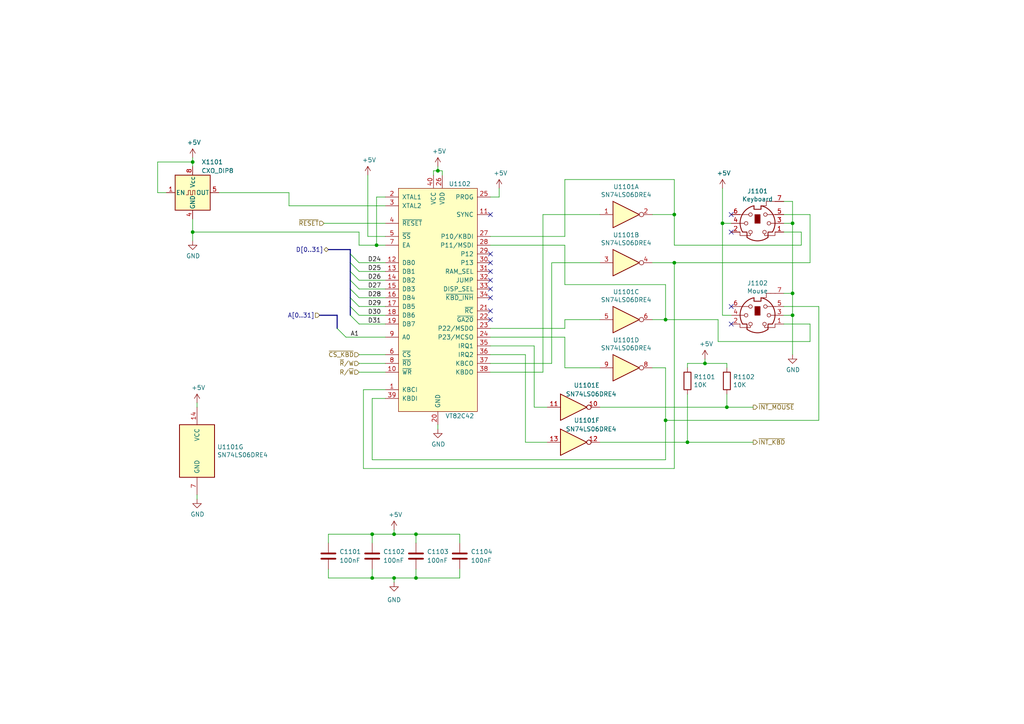
<source format=kicad_sch>
(kicad_sch (version 20211123) (generator eeschema)
  (paper "A4")
  (title_block (title "Y Ddraig Fawr") (company "Stephen Moody"))
  (lib_symbols
    (symbol "74xx:74LS06" (pin_names (offset 1.016))
      (property "Reference" "U" (at 0 1.27 0))
      (property "Value" "74LS06" (at 0 -1.27 0))
      (symbol "74LS06_1_0"
        (polyline (pts (xy -3.81 3.81) (xy -3.81 -3.81) (xy 3.81 0) (xy -3.81 3.81)) (stroke (width 0.254)) (fill (type background)))
        (pin input line (at -7.62 0 0) (length 3.81) (name "~") (number "1"))
        (pin open_collector inverted (at 7.62 0 180) (length 3.81) (name "~") (number "2"))
      )
      (symbol "74LS06_2_0"
        (polyline (pts (xy -3.81 3.81) (xy -3.81 -3.81) (xy 3.81 0) (xy -3.81 3.81)) (stroke (width 0.254)) (fill (type background)))
        (pin input line (at -7.62 0 0) (length 3.81) (name "~") (number "3"))
        (pin open_collector inverted (at 7.62 0 180) (length 3.81) (name "~") (number "4"))
      )
      (symbol "74LS06_3_0"
        (polyline (pts (xy -3.81 3.81) (xy -3.81 -3.81) (xy 3.81 0) (xy -3.81 3.81)) (stroke (width 0.254)) (fill (type background)))
        (pin input line (at -7.62 0 0) (length 3.81) (name "~") (number "5"))
        (pin open_collector inverted (at 7.62 0 180) (length 3.81) (name "~") (number "6"))
      )
      (symbol "74LS06_4_0"
        (polyline (pts (xy -3.81 3.81) (xy -3.81 -3.81) (xy 3.81 0) (xy -3.81 3.81)) (stroke (width 0.254)) (fill (type background)))
        (pin open_collector inverted (at 7.62 0 180) (length 3.81) (name "~") (number "8"))
        (pin input line (at -7.62 0 0) (length 3.81) (name "~") (number "9"))
      )
      (symbol "74LS06_5_0"
        (polyline (pts (xy -3.81 3.81) (xy -3.81 -3.81) (xy 3.81 0) (xy -3.81 3.81)) (stroke (width 0.254)) (fill (type background)))
        (pin open_collector inverted (at 7.62 0 180) (length 3.81) (name "~") (number "10"))
        (pin input line (at -7.62 0 0) (length 3.81) (name "~") (number "11"))
      )
      (symbol "74LS06_6_0"
        (polyline (pts (xy -3.81 3.81) (xy -3.81 -3.81) (xy 3.81 0) (xy -3.81 3.81)) (stroke (width 0.254)) (fill (type background)))
        (pin open_collector inverted (at 7.62 0 180) (length 3.81) (name "~") (number "12"))
        (pin input line (at -7.62 0 0) (length 3.81) (name "~") (number "13"))
      )
      (symbol "74LS06_7_0"
        (pin power_in line (at 0 12.7 270) (length 5.08) (name "VCC") (number "14"))
        (pin power_in line (at 0 -12.7 90) (length 5.08) (name "GND") (number "7"))
      )
      (symbol "74LS06_7_1"
        (rectangle (start -5.08 7.62) (end 5.08 -7.62) (stroke (width 0.254)) (fill (type background)))
      )
    )
    (symbol "Ddraig:Mini-DIN-6" (pin_names (offset 1.016))
      (property "Reference" "J" (at 0 6.35 0))
      (property "Value" "Mini-DIN-6" (at 0 -6.35 0))
      (symbol "Mini-DIN-6_0_1"
        (circle (center -3.302 0) (radius 0.508))
        (arc (start -3.048 -4.064) (mid 0 -5.08) (end 3.048 -4.064) (stroke (width 0.254)))
        (circle (center -2.032 -2.54) (radius 0.508))
        (circle (center -2.032 2.54) (radius 0.508))
        (arc (start -1.016 5.08) (mid -4.6228 2.1214) (end -4.318 -2.54) (stroke (width 0.254)))
        (rectangle (start -0.762 2.54) (end 0.762 0) (fill (type outline)))
        (polyline (pts (xy -3.81 0) (xy -5.08 0)))
        (polyline (pts (xy -2.54 2.54) (xy -5.08 2.54)))
        (polyline (pts (xy 2.794 2.54) (xy 5.08 2.54)))
        (polyline (pts (xy 5.08 0) (xy 3.81 0)))
        (polyline (pts (xy 5.08 6.35) (xy 3.81 6.35)))
        (polyline (pts (xy -4.318 -2.54) (xy -3.048 -2.54) (xy -3.048 -4.064)) (stroke (width 0.254)))
        (polyline (pts (xy 4.318 -2.54) (xy 3.048 -2.54) (xy 3.048 -4.064)) (stroke (width 0.254)))
        (polyline (pts (xy -2.032 -3.048) (xy -2.032 -3.556) (xy -5.08 -3.556) (xy -5.08 -2.54)))
        (polyline (pts (xy -1.016 5.08) (xy -1.016 4.064) (xy 1.016 4.064) (xy 1.016 5.08)) (stroke (width 0.254)))
        (polyline (pts (xy 2.032 -3.048) (xy 2.032 -3.556) (xy 5.08 -3.556) (xy 5.08 -2.54)))
        (polyline (pts (xy 3.81 6.35) (xy 2.54 6.35) (xy 2.54 5.08) (xy 1.27 5.08)))
        (circle (center 2.032 -2.54) (radius 0.508))
        (circle (center 2.286 2.54) (radius 0.508))
        (circle (center 3.302 0) (radius 0.508))
        (arc (start 4.318 -2.54) (mid 4.6661 2.1322) (end 1.016 5.08) (stroke (width 0.254)))
      )
      (symbol "Mini-DIN-6_1_1"
        (pin passive line (at 7.62 -2.54 180) (length 2.54) (name "~") (number "1"))
        (pin passive line (at -7.62 -2.54 0) (length 2.54) (name "~") (number "2"))
        (pin passive line (at 7.62 0 180) (length 2.54) (name "~") (number "3"))
        (pin passive line (at -7.62 0 0) (length 2.54) (name "~") (number "4"))
        (pin passive line (at 7.62 2.54 180) (length 2.54) (name "~") (number "5"))
        (pin passive line (at -7.62 2.54 0) (length 2.54) (name "~") (number "6"))
        (pin power_in line (at 7.62 6.35 180) (length 2.54) (name "~") (number "7"))
      )
    )
    (symbol "Ddraig:VT82C42" (pin_names (offset 1.016))
      (property "Reference" "U" (at 5.08 29.21 0))
      (property "Value" "VT82C42" (at 7.62 -38.1 0))
      (symbol "VT82C42_0_1"
        (rectangle (start 11.43 -36.83) (end -11.43 27.94) (fill (type background)))
      )
      (symbol "VT82C42_1_1"
        (pin input line (at -15.24 -30.48 0) (length 3.81) (name "KBCI") (number "1"))
        (pin passive line (at -15.24 -25.4 0) (length 3.81) (name "~{WR}") (number "10"))
        (pin output line (at 15.24 20.32 180) (length 3.81) (name "SYNC") (number "11"))
        (pin bidirectional line (at -15.24 6.35 0) (length 3.81) (name "DB0") (number "12"))
        (pin bidirectional line (at -15.24 3.81 0) (length 3.81) (name "DB1") (number "13"))
        (pin bidirectional line (at -15.24 1.27 0) (length 3.81) (name "DB2") (number "14"))
        (pin bidirectional line (at -15.24 -1.27 0) (length 3.81) (name "DB3") (number "15"))
        (pin bidirectional line (at -15.24 -3.81 0) (length 3.81) (name "DB4") (number "16"))
        (pin bidirectional line (at -15.24 -6.35 0) (length 3.81) (name "DB5") (number "17"))
        (pin bidirectional line (at -15.24 -8.89 0) (length 3.81) (name "DB6") (number "18"))
        (pin bidirectional line (at -15.24 -11.43 0) (length 3.81) (name "DB7") (number "19"))
        (pin passive line (at -15.24 25.4 0) (length 3.81) (name "XTAL1") (number "2"))
        (pin power_in line (at 0 -40.64 90) (length 3.81) (name "GND") (number "20"))
        (pin output line (at 15.24 -7.62 180) (length 3.81) (name "~{RC}") (number "21"))
        (pin output line (at 15.24 -10.16 180) (length 3.81) (name "~{GA20}") (number "22"))
        (pin output line (at 15.24 -12.7 180) (length 3.81) (name "P22/MSDO") (number "23"))
        (pin output line (at 15.24 -15.24 180) (length 3.81) (name "P23/MCSO") (number "24"))
        (pin input line (at 15.24 25.4 180) (length 3.81) (name "PROG") (number "25"))
        (pin power_in line (at 1.27 31.75 270) (length 3.81) (name "VDD") (number "26"))
        (pin bidirectional line (at 15.24 13.97 180) (length 3.81) (name "P10/KBDI") (number "27"))
        (pin bidirectional line (at 15.24 11.43 180) (length 3.81) (name "P11/MSDI") (number "28"))
        (pin bidirectional line (at 15.24 8.89 180) (length 3.81) (name "P12") (number "29"))
        (pin passive line (at -15.24 22.86 0) (length 3.81) (name "XTAL2") (number "3"))
        (pin bidirectional line (at 15.24 6.35 180) (length 3.81) (name "P13") (number "30"))
        (pin bidirectional line (at 15.24 3.81 180) (length 3.81) (name "RAM_SEL") (number "31"))
        (pin bidirectional line (at 15.24 1.27 180) (length 3.81) (name "JUMP") (number "32"))
        (pin bidirectional line (at 15.24 -1.27 180) (length 3.81) (name "DISP_SEL") (number "33"))
        (pin bidirectional line (at 15.24 -3.81 180) (length 3.81) (name "~{KBD_INH}") (number "34"))
        (pin output line (at 15.24 -17.78 180) (length 3.81) (name "IRQ1") (number "35"))
        (pin output line (at 15.24 -20.32 180) (length 3.81) (name "IRQ2") (number "36"))
        (pin output line (at 15.24 -22.86 180) (length 3.81) (name "KBCO") (number "37"))
        (pin output line (at 15.24 -25.4 180) (length 3.81) (name "KBDO") (number "38"))
        (pin input line (at -15.24 -33.02 0) (length 3.81) (name "KBDI") (number "39"))
        (pin input line (at -15.24 17.78 0) (length 3.81) (name "~{RESET}") (number "4"))
        (pin power_in line (at -1.27 31.75 270) (length 3.81) (name "VCC") (number "40"))
        (pin input line (at -15.24 13.97 0) (length 3.81) (name "~{SS}") (number "5"))
        (pin input line (at -15.24 -20.32 0) (length 3.81) (name "~{CS}") (number "6"))
        (pin input line (at -15.24 11.43 0) (length 3.81) (name "EA") (number "7"))
        (pin input line (at -15.24 -22.86 0) (length 3.81) (name "~{RD}") (number "8"))
        (pin input line (at -15.24 -15.24 0) (length 3.81) (name "A0") (number "9"))
      )
    )
    (symbol "Device:C" (pin_numbers hide) (pin_names (offset 0.254))
      (property "Reference" "C" (at 0.635 2.54 0))
      (property "Value" "C" (at 0.635 -2.54 0))
      (symbol "C_0_1"
        (polyline (pts (xy -2.032 -0.762) (xy 2.032 -0.762)) (stroke (width 0.508)))
        (polyline (pts (xy -2.032 0.762) (xy 2.032 0.762)) (stroke (width 0.508)))
      )
      (symbol "C_1_1"
        (pin passive line (at 0 3.81 270) (length 2.794) (name "~") (number "1"))
        (pin passive line (at 0 -3.81 90) (length 2.794) (name "~") (number "2"))
      )
    )
    (symbol "Device:R" (pin_numbers hide) (pin_names (offset 0))
      (property "Reference" "R" (at 2.032 0 90))
      (property "Value" "R" (at 0 0 90))
      (symbol "R_0_1"
        (rectangle (start -1.016 -2.54) (end 1.016 2.54) (stroke (width 0.254)))
      )
      (symbol "R_1_1"
        (pin passive line (at 0 3.81 270) (length 1.27) (name "~") (number "1"))
        (pin passive line (at 0 -3.81 90) (length 1.27) (name "~") (number "2"))
      )
    )
    (symbol "Oscillator:CXO_DIP8" (pin_names (offset 0.254))
      (property "Reference" "X" (at -5.08 6.35 0))
      (property "Value" "CXO_DIP8" (at 1.27 -6.35 0))
      (symbol "CXO_DIP8_0_1"
        (rectangle (start -5.08 5.08) (end 5.08 -5.08) (stroke (width 0.254)) (fill (type background)))
        (polyline (pts (xy -1.905 -0.635) (xy -1.27 -0.635) (xy -1.27 0.635) (xy -0.635 0.635) (xy -0.635 -0.635) (xy 0 -0.635) (xy 0 0.635) (xy 0.635 0.635) (xy 0.635 -0.635)))
      )
      (symbol "CXO_DIP8_1_1"
        (pin input line (at -7.62 0 0) (length 2.54) (name "EN") (number "1"))
        (pin power_in line (at 0 -7.62 90) (length 2.54) (name "GND") (number "4"))
        (pin output line (at 7.62 0 180) (length 2.54) (name "OUT") (number "5"))
        (pin power_in line (at 0 7.62 270) (length 2.54) (name "Vcc") (number "8"))
      )
    )
    (symbol "power:+5V" (power) (pin_names (offset 0))
      (property "Value" "+5V" (at 0 3.556 0))
      (symbol "+5V_0_1"
        (polyline (pts (xy -0.762 1.27) (xy 0 2.54)))
        (polyline (pts (xy 0 0) (xy 0 2.54)))
        (polyline (pts (xy 0 2.54) (xy 0.762 1.27)))
      )
      (symbol "+5V_1_1"
        (pin power_in line (at 0 0 90) (length 0) hide (name "+5V") (number "1"))
      )
    )
    (symbol "power:GND" (power) (pin_names (offset 0))
      (property "Value" "GND" (at 0 -3.81 0))
      (symbol "GND_0_1"
        (polyline (pts (xy 0 0) (xy 0 -1.27) (xy 1.27 -1.27) (xy 0 -2.54) (xy -1.27 -1.27) (xy 0 -1.27)))
      )
      (symbol "GND_1_1"
        (pin power_in line (at 0 0 270) (length 0) hide (name "GND") (number "1"))
      )
    )
  )
  (junction (at 107.95 154.94))
  (junction (at 127 49.53))
  (junction (at 209.55 64.77))
  (junction (at 193.04 92.71))
  (junction (at 229.87 91.44))
  (junction (at 55.88 67.31))
  (junction (at 199.39 128.27))
  (junction (at 120.65 167.64))
  (junction (at 114.3 167.64))
  (junction (at 195.58 62.23))
  (junction (at 107.95 167.64))
  (junction (at 229.87 85.09))
  (junction (at 55.88 46.99))
  (junction (at 120.65 154.94))
  (junction (at 193.04 121.92))
  (junction (at 204.47 105.41))
  (junction (at 109.22 71.12))
  (junction (at 114.3 154.94))
  (junction (at 210.82 118.11))
  (junction (at 195.58 76.2))
  (junction (at 229.87 64.77))
  (no_connect (at 212.09 88.9))
  (no_connect (at 142.24 62.23))
  (no_connect (at 142.24 81.28))
  (no_connect (at 142.24 90.17))
  (no_connect (at 142.24 92.71))
  (no_connect (at 142.24 73.66))
  (no_connect (at 142.24 76.2))
  (no_connect (at 142.24 78.74))
  (no_connect (at 212.09 62.23))
  (no_connect (at 212.09 93.98))
  (no_connect (at 142.24 83.82))
  (no_connect (at 212.09 67.31))
  (no_connect (at 142.24 86.36))
  (bus_entry (at 101.6 83.82) (size 2.54 2.54))
  (bus_entry (at 101.6 81.28) (size 2.54 2.54))
  (bus_entry (at 101.6 86.36) (size 2.54 2.54))
  (bus_entry (at 101.6 78.74) (size 2.54 2.54))
  (bus_entry (at 101.6 88.9) (size 2.54 2.54))
  (bus_entry (at 101.6 76.2) (size 2.54 2.54))
  (bus_entry (at 101.6 91.44) (size 2.54 2.54))
  (bus_entry (at 101.6 73.66) (size 2.54 2.54))
  (bus_entry (at 97.79 95.25) (size 2.54 2.54))
  (wire (pts (xy 232.41 71.12) (xy 232.41 67.31)))
  (wire (pts (xy 144.78 57.15) (xy 144.78 54.61)))
  (bus (pts (xy 101.6 83.82) (xy 101.6 86.36)))
  (wire (pts (xy 227.33 91.44) (xy 229.87 91.44)))
  (wire (pts (xy 142.24 97.79) (xy 163.83 97.79)))
  (wire (pts (xy 195.58 71.12) (xy 232.41 71.12)))
  (wire (pts (xy 109.22 71.12) (xy 111.76 71.12)))
  (wire (pts (xy 95.25 167.64) (xy 107.95 167.64)))
  (wire (pts (xy 234.95 62.23) (xy 227.33 62.23)))
  (wire (pts (xy 189.23 76.2) (xy 195.58 76.2)))
  (wire (pts (xy 160.02 105.41) (xy 160.02 76.2)))
  (wire (pts (xy 100.33 97.79) (xy 111.76 97.79)))
  (wire (pts (xy 104.14 81.28) (xy 111.76 81.28)))
  (wire (pts (xy 229.87 58.42) (xy 227.33 58.42)))
  (wire (pts (xy 142.24 102.87) (xy 152.4 102.87)))
  (wire (pts (xy 163.83 97.79) (xy 163.83 106.68)))
  (wire (pts (xy 111.76 93.98) (xy 104.14 93.98)))
  (wire (pts (xy 114.3 167.64) (xy 120.65 167.64)))
  (wire (pts (xy 209.55 64.77) (xy 209.55 54.61)))
  (wire (pts (xy 109.22 71.12) (xy 109.22 57.15)))
  (wire (pts (xy 107.95 154.94) (xy 114.3 154.94)))
  (wire (pts (xy 229.87 64.77) (xy 229.87 85.09)))
  (wire (pts (xy 227.33 64.77) (xy 229.87 64.77)))
  (wire (pts (xy 111.76 57.15) (xy 109.22 57.15)))
  (wire (pts (xy 204.47 104.14) (xy 204.47 105.41)))
  (wire (pts (xy 63.5 55.88) (xy 83.82 55.88)))
  (wire (pts (xy 189.23 106.68) (xy 193.04 106.68)))
  (wire (pts (xy 55.88 63.5) (xy 55.88 67.31)))
  (bus (pts (xy 101.6 72.39) (xy 101.6 73.66)))
  (wire (pts (xy 55.88 46.99) (xy 55.88 45.72)))
  (wire (pts (xy 199.39 128.27) (xy 173.99 128.27)))
  (bus (pts (xy 101.6 78.74) (xy 101.6 81.28)))
  (wire (pts (xy 189.23 62.23) (xy 195.58 62.23)))
  (wire (pts (xy 234.95 99.06) (xy 234.95 93.98)))
  (wire (pts (xy 163.83 68.58) (xy 142.24 68.58)))
  (wire (pts (xy 212.09 64.77) (xy 209.55 64.77)))
  (wire (pts (xy 163.83 106.68) (xy 173.99 106.68)))
  (wire (pts (xy 111.76 78.74) (xy 104.14 78.74)))
  (wire (pts (xy 111.76 83.82) (xy 104.14 83.82)))
  (wire (pts (xy 193.04 82.55) (xy 193.04 92.71)))
  (wire (pts (xy 107.95 154.94) (xy 107.95 157.48)))
  (wire (pts (xy 229.87 85.09) (xy 229.87 91.44)))
  (wire (pts (xy 142.24 100.33) (xy 154.94 100.33)))
  (wire (pts (xy 104.14 71.12) (xy 104.14 67.31)))
  (wire (pts (xy 229.87 64.77) (xy 229.87 58.42)))
  (wire (pts (xy 160.02 76.2) (xy 173.99 76.2)))
  (wire (pts (xy 83.82 59.69) (xy 83.82 55.88)))
  (bus (pts (xy 101.6 72.39) (xy 95.25 72.39)))
  (wire (pts (xy 195.58 76.2) (xy 195.58 135.89)))
  (bus (pts (xy 97.79 95.25) (xy 97.79 91.44)))
  (wire (pts (xy 195.58 62.23) (xy 195.58 52.07)))
  (wire (pts (xy 195.58 52.07) (xy 163.83 52.07)))
  (wire (pts (xy 57.15 116.84) (xy 57.15 118.11)))
  (wire (pts (xy 237.49 121.92) (xy 237.49 88.9)))
  (wire (pts (xy 120.65 154.94) (xy 133.35 154.94)))
  (wire (pts (xy 120.65 154.94) (xy 120.65 157.48)))
  (wire (pts (xy 95.25 165.1) (xy 95.25 167.64)))
  (wire (pts (xy 107.95 115.57) (xy 107.95 133.35)))
  (wire (pts (xy 55.88 48.26) (xy 55.88 46.99)))
  (wire (pts (xy 133.35 154.94) (xy 133.35 157.48)))
  (wire (pts (xy 55.88 46.99) (xy 45.72 46.99)))
  (wire (pts (xy 55.88 67.31) (xy 104.14 67.31)))
  (wire (pts (xy 189.23 92.71) (xy 193.04 92.71)))
  (wire (pts (xy 111.76 107.95) (xy 104.14 107.95)))
  (wire (pts (xy 107.95 167.64) (xy 114.3 167.64)))
  (wire (pts (xy 234.95 76.2) (xy 234.95 62.23)))
  (wire (pts (xy 237.49 88.9) (xy 227.33 88.9)))
  (wire (pts (xy 163.83 92.71) (xy 163.83 95.25)))
  (wire (pts (xy 105.41 135.89) (xy 105.41 113.03)))
  (wire (pts (xy 193.04 121.92) (xy 193.04 133.35)))
  (wire (pts (xy 133.35 167.64) (xy 133.35 165.1)))
  (wire (pts (xy 152.4 102.87) (xy 152.4 128.27)))
  (wire (pts (xy 93.98 64.77) (xy 111.76 64.77)))
  (wire (pts (xy 154.94 100.33) (xy 154.94 118.11)))
  (wire (pts (xy 142.24 95.25) (xy 163.83 95.25)))
  (wire (pts (xy 163.83 52.07) (xy 163.83 68.58)))
  (wire (pts (xy 114.3 167.64) (xy 114.3 168.91)))
  (wire (pts (xy 212.09 91.44) (xy 209.55 91.44)))
  (wire (pts (xy 229.87 102.87) (xy 229.87 91.44)))
  (wire (pts (xy 104.14 86.36) (xy 111.76 86.36)))
  (wire (pts (xy 128.27 49.53) (xy 128.27 50.8)))
  (wire (pts (xy 114.3 153.67) (xy 114.3 154.94)))
  (wire (pts (xy 55.88 67.31) (xy 55.88 69.85)))
  (wire (pts (xy 157.48 62.23) (xy 173.99 62.23)))
  (wire (pts (xy 193.04 121.92) (xy 237.49 121.92)))
  (wire (pts (xy 193.04 92.71) (xy 208.28 92.71)))
  (bus (pts (xy 101.6 86.36) (xy 101.6 88.9)))
  (wire (pts (xy 199.39 114.3) (xy 199.39 128.27)))
  (wire (pts (xy 45.72 55.88) (xy 48.26 55.88)))
  (wire (pts (xy 158.75 128.27) (xy 152.4 128.27)))
  (bus (pts (xy 101.6 88.9) (xy 101.6 91.44)))
  (wire (pts (xy 210.82 105.41) (xy 210.82 106.68)))
  (wire (pts (xy 199.39 128.27) (xy 218.44 128.27)))
  (wire (pts (xy 210.82 118.11) (xy 218.44 118.11)))
  (wire (pts (xy 142.24 57.15) (xy 144.78 57.15)))
  (wire (pts (xy 111.76 102.87) (xy 104.14 102.87)))
  (wire (pts (xy 173.99 118.11) (xy 210.82 118.11)))
  (wire (pts (xy 208.28 99.06) (xy 234.95 99.06)))
  (wire (pts (xy 105.41 113.03) (xy 111.76 113.03)))
  (wire (pts (xy 199.39 105.41) (xy 204.47 105.41)))
  (wire (pts (xy 107.95 115.57) (xy 111.76 115.57)))
  (bus (pts (xy 101.6 81.28) (xy 101.6 83.82)))
  (bus (pts (xy 101.6 73.66) (xy 101.6 76.2)))
  (wire (pts (xy 107.95 165.1) (xy 107.95 167.64)))
  (wire (pts (xy 120.65 167.64) (xy 133.35 167.64)))
  (wire (pts (xy 173.99 92.71) (xy 163.83 92.71)))
  (wire (pts (xy 195.58 62.23) (xy 195.58 71.12)))
  (wire (pts (xy 142.24 71.12) (xy 163.83 71.12)))
  (wire (pts (xy 209.55 91.44) (xy 209.55 64.77)))
  (wire (pts (xy 199.39 106.68) (xy 199.39 105.41)))
  (wire (pts (xy 193.04 133.35) (xy 107.95 133.35)))
  (wire (pts (xy 125.73 50.8) (xy 125.73 49.53)))
  (wire (pts (xy 195.58 135.89) (xy 105.41 135.89)))
  (wire (pts (xy 204.47 105.41) (xy 210.82 105.41)))
  (wire (pts (xy 142.24 107.95) (xy 157.48 107.95)))
  (wire (pts (xy 106.68 50.8) (xy 106.68 68.58)))
  (wire (pts (xy 163.83 71.12) (xy 163.83 82.55)))
  (wire (pts (xy 210.82 114.3) (xy 210.82 118.11)))
  (wire (pts (xy 120.65 165.1) (xy 120.65 167.64)))
  (wire (pts (xy 95.25 154.94) (xy 107.95 154.94)))
  (wire (pts (xy 109.22 71.12) (xy 104.14 71.12)))
  (wire (pts (xy 104.14 76.2) (xy 111.76 76.2)))
  (wire (pts (xy 154.94 118.11) (xy 158.75 118.11)))
  (wire (pts (xy 193.04 106.68) (xy 193.04 121.92)))
  (wire (pts (xy 104.14 91.44) (xy 111.76 91.44)))
  (wire (pts (xy 95.25 157.48) (xy 95.25 154.94)))
  (wire (pts (xy 125.73 49.53) (xy 127 49.53)))
  (wire (pts (xy 234.95 93.98) (xy 227.33 93.98)))
  (wire (pts (xy 83.82 59.69) (xy 111.76 59.69)))
  (wire (pts (xy 104.14 105.41) (xy 111.76 105.41)))
  (wire (pts (xy 195.58 76.2) (xy 234.95 76.2)))
  (wire (pts (xy 127 48.26) (xy 127 49.53)))
  (bus (pts (xy 101.6 76.2) (xy 101.6 78.74)))
  (wire (pts (xy 232.41 67.31) (xy 227.33 67.31)))
  (bus (pts (xy 97.79 91.44) (xy 92.71 91.44)))
  (wire (pts (xy 111.76 88.9) (xy 104.14 88.9)))
  (wire (pts (xy 193.04 82.55) (xy 163.83 82.55)))
  (wire (pts (xy 127 124.46) (xy 127 123.19)))
  (wire (pts (xy 227.33 85.09) (xy 229.87 85.09)))
  (wire (pts (xy 57.15 143.51) (xy 57.15 144.78)))
  (wire (pts (xy 45.72 46.99) (xy 45.72 55.88)))
  (wire (pts (xy 157.48 107.95) (xy 157.48 62.23)))
  (wire (pts (xy 142.24 105.41) (xy 160.02 105.41)))
  (wire (pts (xy 106.68 68.58) (xy 111.76 68.58)))
  (wire (pts (xy 208.28 92.71) (xy 208.28 99.06)))
  (wire (pts (xy 114.3 154.94) (xy 120.65 154.94)))
  (wire (pts (xy 127 49.53) (xy 128.27 49.53)))
  (label "D27" (at 106.68 83.82 0))
  (label "D30" (at 106.68 91.44 0))
  (label "D25" (at 106.68 78.74 0))
  (label "D28" (at 106.68 86.36 0))
  (label "D31" (at 106.68 93.98 0))
  (label "D29" (at 106.68 88.9 0))
  (label "D26" (at 106.68 81.28 0))
  (label "A1" (at 104.14 97.79 180))
  (label "D24" (at 106.68 76.2 0))
  (hierarchical_label "D[0..31]" (shape bidirectional) (at 95.25 72.39 180))
  (hierarchical_label "~{R}{slash}W" (shape input) (at 104.14 105.41 180))
  (hierarchical_label "~{INT_KBD}" (shape output) (at 218.44 128.27 0))
  (hierarchical_label "~{CS_KBD}" (shape input) (at 104.14 102.87 180))
  (hierarchical_label "~{INT_MOUSE}" (shape output) (at 218.44 118.11 0))
  (hierarchical_label "~{RESET}" (shape input) (at 93.98 64.77 180))
  (hierarchical_label "R{slash}~{W}" (shape input) (at 104.14 107.95 180))
  (hierarchical_label "A[0..31]" (shape input) (at 92.71 91.44 180))
  (symbol (lib_id "Ddraig:Mini-DIN-6") (at 219.71 64.77 0) (unit 1)
    (property "Reference" "J1101" (at 219.71 55.4482 0))
    (property "Value" "Keyboard" (at 219.71 57.7596 0))
    (property "Footprint" "Ddraig:MINI-DIN-6-FULL-SHIELD" (effects hide))
    (property "Datasheet" "http://service.powerdynamics.com/ec/Catalog17/Section%2011.pdf" (effects hide))
  )
  (symbol (lib_id "Oscillator:CXO_DIP8") (at 55.88 55.88 0) (unit 1)
    (property "Reference" "X1101" (at 58.42 46.99 0) (effects (justify left)))
    (property "Value" "CXO_DIP8" (at 58.42 49.53 0) (effects (justify left)))
    (property "Footprint" "Oscillator:Oscillator_DIP-8" (effects hide))
    (property "Datasheet" "http://cdn-reichelt.de/documents/datenblatt/B400/OSZI.pdf" (effects hide))
  )
  (symbol (lib_id "74xx:74LS06") (at 181.61 62.23 0) (unit 1)
    (property "Reference" "U1101" (at 181.61 54.1782 0))
    (property "Value" "SN74LS06DRE4" (at 181.61 56.4896 0))
    (property "Footprint" "Package_SO:SOIC-14_3.9x8.7mm_P1.27mm" (effects hide))
    (property "Datasheet" "http://www.ti.com/lit/gpn/sn74LS06" (effects hide))
  )
  (symbol (lib_id "74xx:74LS06") (at 181.61 76.2 0) (unit 2)
    (property "Reference" "U1101" (at 181.61 68.1482 0))
    (property "Value" "SN74LS06DRE4" (at 181.61 70.4596 0))
    (property "Footprint" "Package_SO:SOIC-14_3.9x8.7mm_P1.27mm" (effects hide))
    (property "Datasheet" "http://www.ti.com/lit/gpn/sn74LS06" (effects hide))
  )
  (symbol (lib_id "74xx:74LS06") (at 181.61 92.71 0) (unit 3)
    (property "Reference" "U1101" (at 181.61 84.6582 0))
    (property "Value" "SN74LS06DRE4" (at 181.61 86.9696 0))
    (property "Footprint" "Package_SO:SOIC-14_3.9x8.7mm_P1.27mm" (effects hide))
    (property "Datasheet" "http://www.ti.com/lit/gpn/sn74LS06" (effects hide))
  )
  (symbol (lib_id "74xx:74LS06") (at 181.61 106.68 0) (unit 4)
    (property "Reference" "U1101" (at 181.61 98.6282 0))
    (property "Value" "SN74LS06DRE4" (at 181.61 100.9396 0))
    (property "Footprint" "Package_SO:SOIC-14_3.9x8.7mm_P1.27mm" (effects hide))
    (property "Datasheet" "http://www.ti.com/lit/gpn/sn74LS06" (effects hide))
  )
  (symbol (lib_id "74xx:74LS06") (at 166.37 118.11 0) (unit 5)
    (property "Reference" "U1101" (at 170.18 111.76 0))
    (property "Value" "SN74LS06DRE4" (at 171.45 114.3 0))
    (property "Footprint" "Package_SO:SOIC-14_3.9x8.7mm_P1.27mm" (effects hide))
    (property "Datasheet" "http://www.ti.com/lit/gpn/sn74LS06" (effects hide))
  )
  (symbol (lib_id "74xx:74LS06") (at 166.37 128.27 0) (unit 6)
    (property "Reference" "U1101" (at 170.18 121.92 0))
    (property "Value" "SN74LS06DRE4" (at 171.45 124.46 0))
    (property "Footprint" "Package_SO:SOIC-14_3.9x8.7mm_P1.27mm" (effects hide))
    (property "Datasheet" "http://www.ti.com/lit/gpn/sn74LS06" (effects hide))
  )
  (symbol (lib_id "Ddraig:VT82C42") (at 127 82.55 0) (unit 1)
    (property "Reference" "U1102" (at 133.35 53.34 0))
    (property "Value" "VT82C42" (at 133.35 120.65 0))
    (property "Footprint" "Package_DIP:DIP-40_W15.24mm_Socket" (effects hide))
  )
  (symbol (lib_id "power:+5V") (at 209.55 54.61 0) (unit 1)
    (property "Reference" "#PWR01112" (effects hide))
    (property "Value" "+5V" (at 209.931 50.2158 0))
  )
  (symbol (lib_id "power:GND") (at 229.87 102.87 0) (unit 1)
    (property "Reference" "#PWR01113" (effects hide))
    (property "Value" "GND" (at 229.997 107.2642 0))
  )
  (symbol (lib_id "power:GND") (at 127 124.46 0) (unit 1)
    (property "Reference" "#PWR01109" (effects hide))
    (property "Value" "GND" (at 127.127 128.8542 0))
  )
  (symbol (lib_id "power:+5V") (at 144.78 54.61 0) (unit 1)
    (property "Reference" "#PWR01110" (effects hide))
    (property "Value" "+5V" (at 145.161 50.2158 0))
  )
  (symbol (lib_id "Device:R") (at 199.39 110.49 0) (unit 1)
    (property "Reference" "R1101" (at 201.168 109.3216 0) (effects (justify left)))
    (property "Value" "10K" (at 201.168 111.633 0) (effects (justify left)))
    (property "Footprint" "Resistor_SMD:R_0805_2012Metric" (effects hide))
  )
  (symbol (lib_id "power:+5V") (at 204.47 104.14 0) (unit 1)
    (property "Reference" "#PWR01111" (effects hide))
    (property "Value" "+5V" (at 204.851 99.7458 0))
  )
  (symbol (lib_id "power:GND") (at 55.88 69.85 0) (unit 1)
    (property "Reference" "#PWR01102" (effects hide))
    (property "Value" "GND" (at 56.007 74.2442 0))
  )
  (symbol (lib_id "power:+5V") (at 127 48.26 0) (unit 1)
    (property "Reference" "#PWR01108" (effects hide))
    (property "Value" "+5V" (at 127.381 43.8658 0))
  )
  (symbol (lib_id "power:+5V") (at 106.68 50.8 0) (unit 1)
    (property "Reference" "#PWR01105" (effects hide))
    (property "Value" "+5V" (at 107.061 46.4058 0))
  )
  (symbol (lib_id "power:+5V") (at 55.88 45.72 0) (unit 1)
    (property "Reference" "#PWR01101" (effects hide))
    (property "Value" "+5V" (at 56.261 41.3258 0))
  )
  (symbol (lib_id "Device:R") (at 210.82 110.49 0) (unit 1)
    (property "Reference" "R1102" (at 212.598 109.3216 0) (effects (justify left)))
    (property "Value" "10K" (at 212.598 111.633 0) (effects (justify left)))
    (property "Footprint" "Resistor_SMD:R_0805_2012Metric" (effects hide))
  )
  (symbol (lib_id "Ddraig:Mini-DIN-6") (at 219.71 91.44 0) (unit 1)
    (property "Reference" "J1102" (at 219.71 82.1182 0))
    (property "Value" "Mouse" (at 219.71 84.4296 0))
    (property "Footprint" "Ddraig:MINI-DIN-6-FULL-SHIELD" (effects hide))
    (property "Datasheet" "http://service.powerdynamics.com/ec/Catalog17/Section%2011.pdf" (effects hide))
  )
  (symbol (lib_id "74xx:74LS06") (at 57.15 130.81 0) (unit 7)
    (property "Reference" "U1101" (at 62.992 129.6416 0) (effects (justify left)))
    (property "Value" "SN74LS06DRE4" (at 62.992 131.953 0) (effects (justify left)))
    (property "Footprint" "Package_SO:SOIC-14_3.9x8.7mm_P1.27mm" (effects hide))
    (property "Datasheet" "http://www.ti.com/lit/gpn/sn74LS06" (effects hide))
  )
  (symbol (lib_id "power:GND") (at 57.15 144.78 0) (unit 1)
    (property "Reference" "#PWR01104" (effects hide))
    (property "Value" "GND" (at 57.277 149.1742 0))
  )
  (symbol (lib_id "power:+5V") (at 57.15 116.84 0) (unit 1)
    (property "Reference" "#PWR01103" (effects hide))
    (property "Value" "+5V" (at 57.531 112.4458 0))
  )
  (symbol (lib_id "power:+5V") (at 114.3 153.67 0) (unit 1)
    (property "Reference" "#PWR01107" (effects hide))
    (property "Value" "+5V" (at 114.681 149.2758 0))
  )
  (symbol (lib_id "Device:C") (at 120.65 161.29 0) (unit 1)
    (property "Reference" "C1103" (at 123.825 160.0199 0) (effects (justify left)))
    (property "Value" "100nF" (at 123.825 162.5599 0) (effects (justify left)))
    (property "Footprint" "Capacitor_SMD:C_0805_2012Metric" (effects hide))
  )
  (symbol (lib_id "power:GND") (at 114.3 168.91 0) (unit 1)
    (property "Reference" "#PWR01106" (effects hide))
    (property "Value" "GND" (at 114.3 173.99 0))
  )
  (symbol (lib_id "Device:C") (at 95.25 161.29 0) (unit 1)
    (property "Reference" "C1101" (at 98.425 160.0199 0) (effects (justify left)))
    (property "Value" "100nF" (at 98.425 162.5599 0) (effects (justify left)))
    (property "Footprint" "Capacitor_SMD:C_0805_2012Metric" (effects hide))
  )
  (symbol (lib_id "Device:C") (at 107.95 161.29 0) (unit 1)
    (property "Reference" "C1102" (at 111.125 160.0199 0) (effects (justify left)))
    (property "Value" "100nF" (at 111.125 162.5599 0) (effects (justify left)))
    (property "Footprint" "Capacitor_SMD:C_0805_2012Metric" (effects hide))
  )
  (symbol (lib_id "Device:C") (at 133.35 161.29 0) (unit 1)
    (property "Reference" "C1104" (at 136.525 160.0199 0) (effects (justify left)))
    (property "Value" "100nF" (at 136.525 162.5599 0) (effects (justify left)))
    (property "Footprint" "Capacitor_SMD:C_0805_2012Metric" (effects hide))
  )
)
</source>
